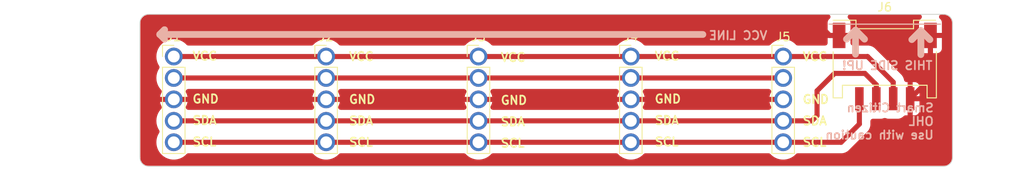
<source format=kicad_pcb>
(kicad_pcb (version 20221018) (generator pcbnew)
  (layers (0 "F.Cu" signal) (31 "B.Cu" signal) (34 "B.Paste" user) (35 "F.Paste" user) (36 "B.SilkS" user "B.Silkscreen") (37 "F.SilkS" user "F.Silkscreen") (38 "B.Mask" user) (39 "F.Mask" user) (44 "Edge.Cuts" user))
  (net 0 "")
  (net 1 "vcc")
  (net 2 "off")
  (net 3 "GND")
  (net 4 "sda")
  (net 5 "scl")
  (footprint "fab:PinHeader_1x05_P2.54mm_Vertical_THT_D1.4mm" (layer "F.Cu") (at 172 62)
    (fp_text reference "J5" (at 0 -2.33) (layer "F.SilkS"))
    (fp_text value "Conn_PinHeader_1x05_P2.54mm_Vertical_THT_D1.4mm")
    (fp_line (start -1.33 -1.33) (end 0 -1.33) (stroke (width 0.12)) (layer "F.SilkS"))
    (fp_line (start -1.33 0) (end -1.33 -1.33) (stroke (width 0.12)) (layer "F.SilkS"))
    (fp_line (start -1.33 1.27) (end -1.33 11.49) (stroke (width 0.12)) (layer "F.SilkS"))
    (fp_line (start -1.33 1.27) (end 1.33 1.27) (stroke (width 0.12)) (layer "F.SilkS"))
    (fp_line (start -1.33 11.49) (end 1.33 11.49) (stroke (width 0.12)) (layer "F.SilkS"))
    (fp_line (start 1.33 1.27) (end 1.33 11.49) (stroke (width 0.12)) (layer "F.SilkS"))
    (pad "1" thru_hole circle (at 0 0) (size 2.1 2.1) (drill 1.4) (layers "*.Cu" "*.Mask") (net 1 "vcc"))
    (pad "2" thru_hole circle (at 0 2.54) (size 2.1 2.1) (drill 1.4) (layers "*.Cu" "*.Mask") (net 2 "off"))
    (pad "3" thru_hole circle (at 0 5.08) (size 2.1 2.1) (drill 1.4) (layers "*.Cu" "*.Mask") (net 3 "GND"))
    (pad "4" thru_hole circle (at 0 7.62) (size 2.1 2.1) (drill 1.4) (layers "*.Cu" "*.Mask") (net 4 "sda"))
    (pad "5" thru_hole circle (at 0 10.16) (size 2.1 2.1) (drill 1.4) (layers "*.Cu" "*.Mask") (net 5 "scl"))
  )
  (footprint "fab:PinHeader_1x05_P2.54mm_Vertical_THT_D1.4mm" (layer "F.Cu") (at 154 62)
    (fp_text reference "J4" (at 0 -2.33) (layer "F.SilkS"))
    (fp_text value "Conn_PinHeader_1x05_P2.54mm_Vertical_THT_D1.4mm")
    (fp_line (start -1.33 -1.33) (end 0 -1.33) (stroke (width 0.12)) (layer "F.SilkS"))
    (fp_line (start -1.33 0) (end -1.33 -1.33) (stroke (width 0.12)) (layer "F.SilkS"))
    (fp_line (start -1.33 1.27) (end -1.33 11.49) (stroke (width 0.12)) (layer "F.SilkS"))
    (fp_line (start -1.33 1.27) (end 1.33 1.27) (stroke (width 0.12)) (layer "F.SilkS"))
    (fp_line (start -1.33 11.49) (end 1.33 11.49) (stroke (width 0.12)) (layer "F.SilkS"))
    (fp_line (start 1.33 1.27) (end 1.33 11.49) (stroke (width 0.12)) (layer "F.SilkS"))
    (pad "1" thru_hole circle (at 0 0) (size 2.1 2.1) (drill 1.4) (layers "*.Cu" "*.Mask") (net 1 "vcc"))
    (pad "2" thru_hole circle (at 0 2.54) (size 2.1 2.1) (drill 1.4) (layers "*.Cu" "*.Mask") (net 2 "off"))
    (pad "3" thru_hole circle (at 0 5.08) (size 2.1 2.1) (drill 1.4) (layers "*.Cu" "*.Mask") (net 3 "GND"))
    (pad "4" thru_hole circle (at 0 7.62) (size 2.1 2.1) (drill 1.4) (layers "*.Cu" "*.Mask") (net 4 "sda"))
    (pad "5" thru_hole circle (at 0 10.16) (size 2.1 2.1) (drill 1.4) (layers "*.Cu" "*.Mask") (net 5 "scl"))
  )
  (footprint "fab:PinHeader_1x05_P2.54mm_Vertical_THT_D1.4mm" (layer "F.Cu") (at 118 62)
    (fp_text reference "J2" (at 0 -2.33) (layer "F.SilkS"))
    (fp_text value "Conn_PinHeader_1x05_P2.54mm_Vertical_THT_D1.4mm")
    (fp_line (start -1.33 -1.33) (end 0 -1.33) (stroke (width 0.12)) (layer "F.SilkS"))
    (fp_line (start -1.33 0) (end -1.33 -1.33) (stroke (width 0.12)) (layer "F.SilkS"))
    (fp_line (start -1.33 1.27) (end -1.33 11.49) (stroke (width 0.12)) (layer "F.SilkS"))
    (fp_line (start -1.33 1.27) (end 1.33 1.27) (stroke (width 0.12)) (layer "F.SilkS"))
    (fp_line (start -1.33 11.49) (end 1.33 11.49) (stroke (width 0.12)) (layer "F.SilkS"))
    (fp_line (start 1.33 1.27) (end 1.33 11.49) (stroke (width 0.12)) (layer "F.SilkS"))
    (pad "1" thru_hole circle (at 0 0) (size 2.1 2.1) (drill 1.4) (layers "*.Cu" "*.Mask") (net 1 "vcc"))
    (pad "2" thru_hole circle (at 0 2.54) (size 2.1 2.1) (drill 1.4) (layers "*.Cu" "*.Mask") (net 2 "off"))
    (pad "3" thru_hole circle (at 0 5.08) (size 2.1 2.1) (drill 1.4) (layers "*.Cu" "*.Mask") (net 3 "GND"))
    (pad "4" thru_hole circle (at 0 7.62) (size 2.1 2.1) (drill 1.4) (layers "*.Cu" "*.Mask") (net 4 "sda"))
    (pad "5" thru_hole circle (at 0 10.16) (size 2.1 2.1) (drill 1.4) (layers "*.Cu" "*.Mask") (net 5 "scl"))
  )
  (footprint "fab:PinHeader_1x05_P2.54mm_Vertical_THT_D1.4mm" (layer "F.Cu") (at 136 62)
    (fp_text reference "J3" (at 0 -2.33) (layer "F.SilkS"))
    (fp_text value "Conn_PinHeader_1x05_P2.54mm_Vertical_THT_D1.4mm")
    (fp_line (start -1.33 -1.33) (end 0 -1.33) (stroke (width 0.12)) (layer "F.SilkS"))
    (fp_line (start -1.33 0) (end -1.33 -1.33) (stroke (width 0.12)) (layer "F.SilkS"))
    (fp_line (start -1.33 1.27) (end -1.33 11.49) (stroke (width 0.12)) (layer "F.SilkS"))
    (fp_line (start -1.33 1.27) (end 1.33 1.27) (stroke (width 0.12)) (layer "F.SilkS"))
    (fp_line (start -1.33 11.49) (end 1.33 11.49) (stroke (width 0.12)) (layer "F.SilkS"))
    (fp_line (start 1.33 1.27) (end 1.33 11.49) (stroke (width 0.12)) (layer "F.SilkS"))
    (pad "1" thru_hole circle (at 0 0) (size 2.1 2.1) (drill 1.4) (layers "*.Cu" "*.Mask") (net 1 "vcc"))
    (pad "2" thru_hole circle (at 0 2.54) (size 2.1 2.1) (drill 1.4) (layers "*.Cu" "*.Mask") (net 2 "off"))
    (pad "3" thru_hole circle (at 0 5.08) (size 2.1 2.1) (drill 1.4) (layers "*.Cu" "*.Mask") (net 3 "GND"))
    (pad "4" thru_hole circle (at 0 7.62) (size 2.1 2.1) (drill 1.4) (layers "*.Cu" "*.Mask") (net 4 "sda"))
    (pad "5" thru_hole circle (at 0 10.16) (size 2.1 2.1) (drill 1.4) (layers "*.Cu" "*.Mask") (net 5 "scl"))
  )
  (footprint "fab:PinHeader_1x05_P2.54mm_Vertical_THT_D1.4mm" (layer "F.Cu") (at 100 62)
    (fp_text reference "J1" (at 0 -2.33) (layer "F.SilkS"))
    (fp_text value "Conn_PinHeader_1x05_P2.54mm_Vertical_THT_D1.4mm")
    (fp_line (start -1.33 -1.33) (end 0 -1.33) (stroke (width 0.12)) (layer "F.SilkS"))
    (fp_line (start -1.33 0) (end -1.33 -1.33) (stroke (width 0.12)) (layer "F.SilkS"))
    (fp_line (start -1.33 1.27) (end -1.33 11.49) (stroke (width 0.12)) (layer "F.SilkS"))
    (fp_line (start -1.33 1.27) (end 1.33 1.27) (stroke (width 0.12)) (layer "F.SilkS"))
    (fp_line (start -1.33 11.49) (end 1.33 11.49) (stroke (width 0.12)) (layer "F.SilkS"))
    (fp_line (start 1.33 1.27) (end 1.33 11.49) (stroke (width 0.12)) (layer "F.SilkS"))
    (pad "1" thru_hole circle (at 0 0) (size 2.1 2.1) (drill 1.4) (layers "*.Cu" "*.Mask") (net 1 "vcc"))
    (pad "2" thru_hole circle (at 0 2.54) (size 2.1 2.1) (drill 1.4) (layers "*.Cu" "*.Mask") (net 2 "off"))
    (pad "3" thru_hole circle (at 0 5.08) (size 2.1 2.1) (drill 1.4) (layers "*.Cu" "*.Mask") (net 3 "GND"))
    (pad "4" thru_hole circle (at 0 7.62) (size 2.1 2.1) (drill 1.4) (layers "*.Cu" "*.Mask") (net 4 "sda"))
    (pad "5" thru_hole circle (at 0 10.16) (size 2.1 2.1) (drill 1.4) (layers "*.Cu" "*.Mask") (net 5 "scl"))
  )
  (footprint "OPL_Connector:HW4-SMD-2.0-90D" (layer "F.Cu") (at 183.99974 62.2003)
    (fp_text reference "J6" (at 0 -6.05) (layer "F.SilkS"))
    (fp_text value "GROVE-CONNECTOR-SMD-90D_4+2P-2.0_")
    (fp_line (start -6.09854 -4.49924) (end -3.39852 -4.49924) (stroke (width 0.127)) (layer "F.SilkS"))
    (fp_line (start -6.09854 -0.7629) (end -6.09854 4.70064) (stroke (width 0.127)) (layer "F.SilkS"))
    (fp_line (start -6.05282 4.7) (end -5 4.7) (stroke (width 0.127)) (layer "F.SilkS"))
    (fp_line (start -5 3.20204) (end -5 4.7) (stroke (width 0.127)) (layer "F.SilkS"))
    (fp_line (start -5 3.20204) (end 5 3.20204) (stroke (width 0.127)) (layer "F.SilkS"))
    (fp_line (start -3.39852 -4.49924) (end -3.39852 -3.49848) (stroke (width 0.127)) (layer "F.SilkS"))
    (fp_line (start -3.39852 -3.49848) (end 3.39852 -3.49848) (stroke (width 0.127)) (layer "F.SilkS"))
    (fp_line (start 3.39852 -4.49924) (end 5.99948 -4.49924) (stroke (width 0.127)) (layer "F.SilkS"))
    (fp_line (start 3.39852 -3.49848) (end 3.39852 -4.49924) (stroke (width 0.127)) (layer "F.SilkS"))
    (fp_line (start 5 3.20204) (end 5 4.7) (stroke (width 0.127)) (layer "F.SilkS"))
    (fp_line (start 6.0545 4.7) (end 5 4.7) (stroke (width 0.127)) (layer "F.SilkS"))
    (fp_line (start 6.09854 -0.7629) (end 6.09854 4.7) (stroke (width 0.127)) (layer "F.SilkS"))
    (pad "1" smd rect (at -2.99974 4.7997 90) (size 2.73812 1.00838) (layers "F.Cu" "F.Paste" "F.Mask") (net 5 "scl"))
    (pad "2" smd rect (at -0.99822 4.7997 90) (size 2.73812 1.00838) (layers "F.Cu" "F.Paste" "F.Mask") (net 4 "sda"))
    (pad "3" smd rect (at 0.99822 4.7997 90) (size 2.73812 1.00838) (layers "F.Cu" "F.Paste" "F.Mask") (net 1 "vcc"))
    (pad "4" smd rect (at 2.99974 4.7997 90) (size 2.73812 1.00838) (layers "F.Cu" "F.Paste" "F.Mask") (net 3 "GND"))
    (pad "5" smd rect (at -5.3975 -2.69838 90) (size 2.99974 1.5) (layers "F.Cu" "F.Paste" "F.Mask") (net 3 "GND"))
    (pad "6" smd rect (at 5.3975 -2.69838 90) (size 2.99974 1.5) (layers "F.Cu" "F.Paste" "F.Mask") (net 3 "GND"))
  )
  (gr_line (start 98.3488 59.3852) (end 98.9076 59.944) (stroke (width 0.8)) (layer "B.SilkS"))
  (gr_line (start 188.2648 58.928) (end 189.3316 59.9948) (stroke (width 0.8)) (layer "B.SilkS"))
  (gr_line (start 162.5092 59.3852) (end 98.3488 59.3852) (stroke (width 0.8)) (layer "B.SilkS"))
  (gr_line (start 180.5432 61.722) (end 180.5432 58.8772) (stroke (width 0.8)) (layer "B.SilkS"))
  (gr_line (start 179.4764 59.944) (end 180.5432 58.8772) (stroke (width 0.8)) (layer "B.SilkS"))
  (gr_line (start 177.419 58.166) (end 190.5762 58.166) (stroke (width 0.15)) (layer "B.SilkS"))
  (gr_line (start 188.2648 61.7728) (end 188.2648 58.928) (stroke (width 0.8)) (layer "B.SilkS"))
  (gr_line (start 180.5432 58.8772) (end 181.61 59.944) (stroke (width 0.8)) (layer "B.SilkS"))
  (gr_line (start 187.198 59.9948) (end 188.2648 58.928) (stroke (width 0.8)) (layer "B.SilkS"))
  (gr_line (start 98.9076 58.8264) (end 98.3488 59.3852) (stroke (width 0.8)) (layer "B.SilkS"))
  (gr_line (start 98.3488 59.3852) (end 98.9076 58.8264) (stroke (width 0.8)) (layer "B.SilkS"))
  (gr_arc (start 96 58.028) (mid 96.301094 57.301094) (end 97.028 57) (stroke (width 0.1)) (layer "Edge.Cuts"))
  (gr_arc (start 190.972 57) (mid 191.698906 57.301094) (end 192 58.028) (stroke (width 0.1)) (layer "Edge.Cuts"))
  (gr_arc (start 97.028 75) (mid 96.301094 74.698906) (end 96 73.972) (stroke (width 0.1)) (layer "Edge.Cuts"))
  (gr_arc (start 192 73.972) (mid 191.698906 74.698906) (end 190.972 75) (stroke (width 0.1)) (layer "Edge.Cuts"))
  (gr_line (start 192 58.028) (end 192 73.972) (stroke (width 0.1)) (layer "Edge.Cuts"))
  (gr_line (start 190.972 75) (end 97.028 75) (stroke (width 0.1)) (layer "Edge.Cuts"))
  (gr_line (start 97.028 57) (end 190.972 57) (stroke (width 0.1)) (layer "Edge.Cuts"))
  (gr_line (start 96 73.972) (end 96 58.028) (stroke (width 0.1)) (layer "Edge.Cuts"))
  (gr_text "THIS SIDE UP!" (at 189.738 63.6524) (layer "B.SilkS") (effects (font (size 1 1) (thickness 0.2) bold) (justify left bottom mirror)))
  (gr_text "VCC LINE" (at 170.2308 60.0964) (layer "B.SilkS") (effects (font (size 1 1) (thickness 0.2) bold) (justify left bottom mirror)))
  (gr_text "Smart Citizen\nOHL\nUse with caution" (at 189.8904 71.882) (layer "B.SilkS") (effects (font (size 1 1) (thickness 0.2) bold) (justify left bottom mirror)))
  (gr_text "GND" (at 120.5992 67.6656) (layer "F.SilkS") (effects (font (size 1 1) (thickness 0.2) bold) (justify left bottom)))
  (gr_text "SCL" (at 102.108 72.6948) (layer "F.SilkS") (effects (font (size 1 1) (thickness 0.2) bold) (justify left bottom)))
  (gr_text "SCL" (at 138.5316 72.8472) (layer "F.SilkS") (effects (font (size 1 1) (thickness 0.2) bold) (justify left bottom)))
  (gr_text "SCL" (at 156.718 72.6948) (layer "F.SilkS") (effects (font (size 1 1) (thickness 0.2) bold) (justify left bottom)))
  (gr_text "GND" (at 156.718 67.6148) (layer "F.SilkS") (effects (font (size 1 1) (thickness 0.2) bold) (justify left bottom)))
  (gr_text "GND" (at 102.108 67.6148) (layer "F.SilkS") (effects (font (size 1 1) (thickness 0.2) bold) (justify left bottom)))
  (gr_text "VCC" (at 120.5992 62.5856) (layer "F.SilkS") (effects (font (size 1 1) (thickness 0.2) bold) (justify left bottom)))
  (gr_text "VCC" (at 102.108 62.5348) (layer "F.SilkS") (effects (font (size 1 1) (thickness 0.2) bold) (justify left bottom)))
  (gr_text "SDA" (at 102.108 70.1548) (layer "F.SilkS") (effects (font (size 1 1) (thickness 0.2) bold) (justify left bottom)))
  (gr_text "SDA" (at 156.718 70.1548) (layer "F.SilkS") (effects (font (size 1 1) (thickness 0.2) bold) (justify left bottom)))
  (gr_text "GND" (at 138.5316 67.7672) (layer "F.SilkS") (effects (font (size 1 1) (thickness 0.2) bold) (justify left bottom)))
  (gr_text "SDA" (at 120.5992 70.2056) (layer "F.SilkS") (effects (font (size 1 1) (thickness 0.2) bold) (justify left bottom)))
  (gr_text "SDA" (at 174.1932 70.2056) (layer "F.SilkS") (effects (font (size 1 1) (thickness 0.2) bold) (justify left bottom)))
  (gr_text "VCC" (at 138.5316 62.6872) (layer "F.SilkS") (effects (font (size 1 1) (thickness 0.2) bold) (justify left bottom)))
  (gr_text "VCC" (at 156.718 62.5348) (layer "F.SilkS") (effects (font (size 1 1) (thickness 0.2) bold) (justify left bottom)))
  (gr_text "GND" (at 174.1932 67.6656) (layer "F.SilkS") (effects (font (size 1 1) (thickness 0.2) bold) (justify left bottom)))
  (gr_text "SCL" (at 120.5992 72.7456) (layer "F.SilkS") (effects (font (size 1 1) (thickness 0.2) bold) (justify left bottom)))
  (gr_text "SCL" (at 174.1932 72.7456) (layer "F.SilkS") (effects (font (size 1 1) (thickness 0.2) bold) (justify left bottom)))
  (gr_text "SDA" (at 138.5316 70.3072) (layer "F.SilkS") (effects (font (size 1 1) (thickness 0.2) bold) (justify left bottom)))
  (gr_text "VCC" (at 174.1932 62.5856) (layer "F.SilkS") (effects (font (size 1 1) (thickness 0.2) bold) (justify left bottom)))
  (segment (start 118 62) (end 136 62) (width 0.6) (layer "F.Cu") (net 1))
  (segment (start 100 62) (end 118 62) (width 0.6) (layer "F.Cu") (net 1))
  (segment (start 181.96702 62) (end 184.99796 65.03094) (width 0.6) (layer "F.Cu") (net 1))
  (segment (start 154 62) (end 172 62) (width 0.6) (layer "F.Cu") (net 1))
  (segment (start 136 62) (end 154 62) (width 0.6) (layer "F.Cu") (net 1))
  (segment (start 184.99796 65.03094) (end 184.99796 67) (width 0.6) (layer "F.Cu") (net 1))
  (segment (start 172 62) (end 181.96702 62) (width 0.6) (layer "F.Cu") (net 1))
  (segment (start 136 64.54) (end 154 64.54) (width 0.6) (layer "F.Cu") (net 2))
  (segment (start 154 64.54) (end 172 64.54) (width 0.6) (layer "F.Cu") (net 2))
  (segment (start 118 64.54) (end 136 64.54) (width 0.6) (layer "F.Cu") (net 2))
  (segment (start 100 64.54) (end 118 64.54) (width 0.6) (layer "F.Cu") (net 2))
  (segment (start 178.60224 59.50192) (end 189.39724 59.50192) (width 0.6) (layer "F.Cu") (net 3))
  (segment (start 118 67.08) (end 136 67.08) (width 0.6) (layer "F.Cu") (net 3))
  (segment (start 136 67.08) (end 154 67.08) (width 0.6) (layer "F.Cu") (net 3))
  (segment (start 98.08 67.08) (end 97 66) (width 0.6) (layer "F.Cu") (net 3))
  (segment (start 189.39724 59.50192) (end 189.39724 64.60224) (width 0.6) (layer "F.Cu") (net 3))
  (segment (start 97 60) (end 98.326 58.674) (width 0.6) (layer "F.Cu") (net 3))
  (segment (start 189.39724 64.60224) (end 186.99948 67) (width 0.6) (layer "F.Cu") (net 3))
  (segment (start 100 67.08) (end 118 67.08) (width 0.6) (layer "F.Cu") (net 3))
  (segment (start 100 67.08) (end 98.08 67.08) (width 0.6) (layer "F.Cu") (net 3))
  (segment (start 154 67.08) (end 172 67.08) (width 0.6) (layer "F.Cu") (net 3))
  (segment (start 177.50192 59.50192) (end 178.60224 59.50192) (width 0.6) (layer "F.Cu") (net 3))
  (segment (start 176.674 58.674) (end 177.50192 59.50192) (width 0.6) (layer "F.Cu") (net 3))
  (segment (start 97 66) (end 97 60) (width 0.6) (layer "F.Cu") (net 3))
  (segment (start 98.326 58.674) (end 176.674 58.674) (width 0.6) (layer "F.Cu") (net 3))
  (segment (start 154 69.62) (end 172 69.62) (width 0.6) (layer "F.Cu") (net 4))
  (segment (start 183.00152 65.34872) (end 183.00152 67) (width 0.6) (layer "F.Cu") (net 4))
  (segment (start 172 69.62) (end 175.38 69.62) (width 0.6) (layer "F.Cu") (net 4))
  (segment (start 181.6528 64) (end 183.00152 65.34872) (width 0.6) (layer "F.Cu") (net 4))
  (segment (start 136 69.62) (end 154 69.62) (width 0.6) (layer "F.Cu") (net 4))
  (segment (start 176 69) (end 176 66.062) (width 0.6) (layer "F.Cu") (net 4))
  (segment (start 175.38 69.62) (end 176 69) (width 0.6) (layer "F.Cu") (net 4))
  (segment (start 178.062 64) (end 181.6528 64) (width 0.6) (layer "F.Cu") (net 4))
  (segment (start 118 69.62) (end 136 69.62) (width 0.6) (layer "F.Cu") (net 4))
  (segment (start 176 66.062) (end 178.062 64) (width 0.6) (layer "F.Cu") (net 4))
  (segment (start 100 69.62) (end 118 69.62) (width 0.6) (layer "F.Cu") (net 4))
  (segment (start 154 72.16) (end 172 72.16) (width 0.6) (layer "F.Cu") (net 5))
  (segment (start 118 72.16) (end 136 72.16) (width 0.6) (layer "F.Cu") (net 5))
  (segment (start 181 70) (end 181 67) (width 0.6) (layer "F.Cu") (net 5))
  (segment (start 100 72.16) (end 118 72.16) (width 0.6) (layer "F.Cu") (net 5))
  (segment (start 136 72.16) (end 154 72.16) (width 0.6) (layer "F.Cu") (net 5))
  (segment (start 178.84 72.16) (end 181 70) (width 0.6) (layer "F.Cu") (net 5))
  (segment (start 172 72.16) (end 178.84 72.16) (width 0.6) (layer "F.Cu") (net 5))
  (zone (net 3) (net_name "GND") (layer "F.Cu") (name "GND") (connect_pads (clearance 1)) (min_thickness 0.6) (fill yes (thermal_gap 0.6) (thermal_bridge_width 0.6))
    (polygon (pts (xy 96 57) (xy 192 57) (xy 192 75) (xy 96 75)))
  )
)
</source>
